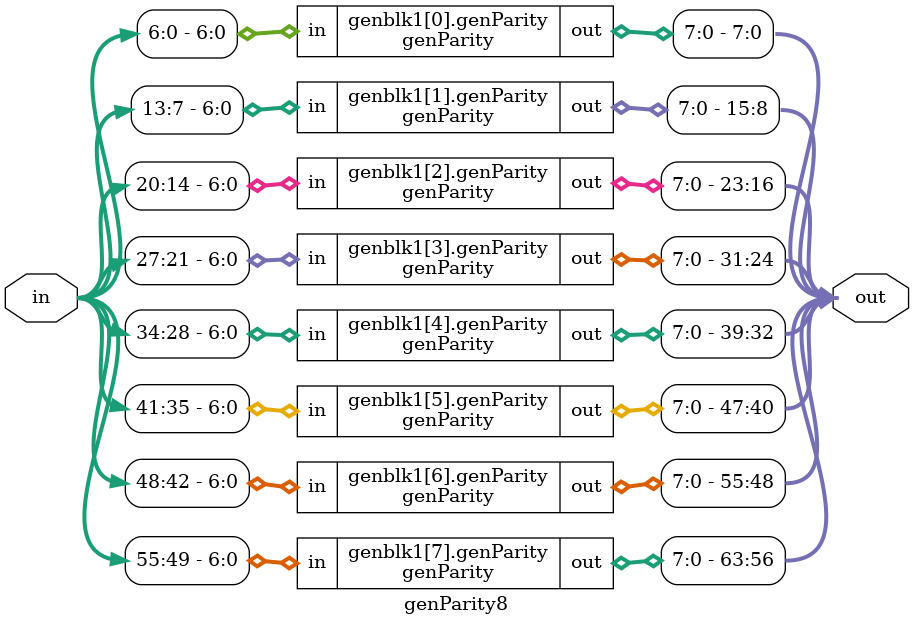
<source format=sv>
`timescale 1ns/1ps
module UDL_Count  #(parameter WIDTH=56) 
   (clk, rst, up, down, load, in, out) ;

   input logic              clk;
   input logic 		    rst;
   input logic 		    up;
   input logic 		    down;
   input logic 		    load;
   input logic [55:0]  in;
   output logic [WIDTH-1:0] out;

   logic [WIDTH-1:0] 	    next;
   
   flop #(WIDTH) count(clk, next, out);

   always_comb begin
      if (rst)
	next = {WIDTH{64'b0}};
      else if (load)
	next = in;
      else if (up)
	next = out + 1'b1;
      else if (down)
	next = out - 1'b1;
      else
	next = out;
   end // always@ *
   
endmodule 

// ordinary flip-flop
module flop #(parameter WIDTH=56) ( 
  input  logic             clk,
  input  logic [WIDTH-1:0] d, 
  output logic [WIDTH-1:0] q);

  always_ff @(posedge clk)
    q <= d;
   
endmodule

module genParity(input logic [6:0] in, output logic [7:0] out);
  assign out[0] = ~^in;
  assign out[7:1] = in;
endmodule

module genParity8(input logic [55:0] in, output logic [63:0] out);
  genvar 						index;
  for(index = 0; index < 8; index++) begin
	genParity genParity(.in(in[7*index +: 7]), .out(out[8*index +: 8]));
  end
endmodule



</source>
